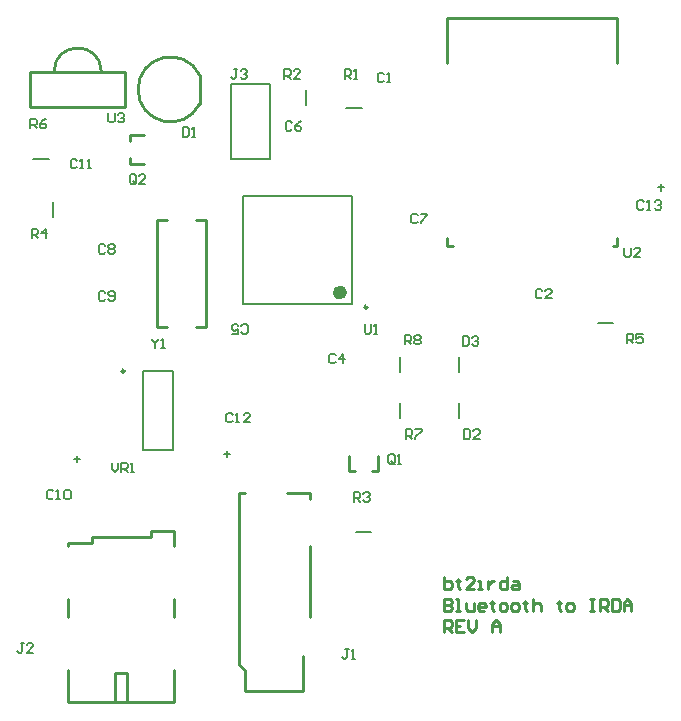
<source format=gto>
G04 Layer_Color=65535*
%FSLAX44Y44*%
%MOMM*%
G71*
G01*
G75*
%ADD37C,0.2500*%
%ADD38C,0.6000*%
%ADD39C,0.2540*%
%ADD40C,0.2000*%
D37*
X100750Y248500D02*
G03*
X100750Y248500I-1250J0D01*
G01*
X306250Y302500D02*
G03*
X306250Y302500I-1250J0D01*
G01*
D38*
X286000Y315000D02*
G03*
X286000Y315000I-3000J0D01*
G01*
D39*
X164257Y499198D02*
G03*
X164257Y474602I-24597J-12298D01*
G01*
X81000Y502000D02*
G03*
X41000Y502000I-20000J0D01*
G01*
X128500Y376000D02*
X136500D01*
X161500D02*
X169500D01*
X161500Y286000D02*
X169500D01*
X128500D02*
X136500D01*
X169500D02*
Y376000D01*
X128500Y286000D02*
Y376000D01*
X252000Y-22500D02*
Y7000D01*
X203000Y-22500D02*
X252000D01*
X203000D02*
Y-5000D01*
X198000Y0D02*
X203000Y-5000D01*
X198000Y0D02*
Y145000D01*
X203000D01*
X258000Y40000D02*
Y100000D01*
Y140000D02*
Y145000D01*
X238000D02*
X258000D01*
X105000Y448500D02*
X117500D01*
X105000Y423500D02*
Y428500D01*
Y423500D02*
X117500D01*
X105000Y443500D02*
Y448500D01*
X290500Y164000D02*
Y176500D01*
X310500Y164000D02*
X315500D01*
Y176500D01*
X290500Y164000D02*
X295500D01*
X164257Y474602D02*
Y499198D01*
X123000Y113000D02*
X143000D01*
X123000Y108000D02*
Y113000D01*
X73000Y108000D02*
X123000D01*
X73000Y103000D02*
Y108000D01*
X53000Y103000D02*
X73000D01*
X53000Y-32000D02*
Y-4500D01*
Y40500D02*
Y55500D01*
Y100500D02*
Y103000D01*
X143000Y100500D02*
Y113000D01*
Y40500D02*
Y55500D01*
Y-32000D02*
Y-4500D01*
X53000Y-32000D02*
X143000D01*
X93000D02*
Y-7000D01*
X103000D01*
Y-32000D02*
Y-7000D01*
X518000Y354000D02*
Y361500D01*
Y509000D02*
Y546500D01*
X516500Y547000D02*
X518000D01*
X374000D02*
X518000D01*
X514000Y354000D02*
X518000D01*
X374000D02*
X379000D01*
X374000D02*
Y361500D01*
Y509000D02*
Y547000D01*
X21000Y472000D02*
X36000D01*
X21000D02*
Y502000D01*
X36000D01*
X86000D02*
X101000D01*
Y472000D02*
Y502000D01*
X86000Y472000D02*
X101000D01*
X36000Y502000D02*
X86000D01*
X36000Y472000D02*
X86000D01*
X371540Y27540D02*
Y37537D01*
X376538D01*
X378204Y35871D01*
Y32538D01*
X376538Y30872D01*
X371540D01*
X374872D02*
X378204Y27540D01*
X388201Y37537D02*
X381537D01*
Y27540D01*
X388201D01*
X381537Y32538D02*
X384869D01*
X391534Y37537D02*
Y30872D01*
X394866Y27540D01*
X398198Y30872D01*
Y37537D01*
X411527Y27540D02*
Y34204D01*
X414859Y37537D01*
X418192Y34204D01*
Y27540D01*
Y32538D01*
X411527D01*
X371540Y55629D02*
Y45632D01*
X376538D01*
X378204Y47298D01*
Y48964D01*
X376538Y50630D01*
X371540D01*
X376538D01*
X378204Y52297D01*
Y53963D01*
X376538Y55629D01*
X371540D01*
X381537Y45632D02*
X384869D01*
X383203D01*
Y55629D01*
X381537D01*
X389867Y52297D02*
Y47298D01*
X391534Y45632D01*
X396532D01*
Y52297D01*
X404863Y45632D02*
X401530D01*
X399864Y47298D01*
Y50630D01*
X401530Y52297D01*
X404863D01*
X406529Y50630D01*
Y48964D01*
X399864D01*
X411527Y53963D02*
Y52297D01*
X409861D01*
X413193D01*
X411527D01*
Y47298D01*
X413193Y45632D01*
X419858D02*
X423190D01*
X424856Y47298D01*
Y50630D01*
X423190Y52297D01*
X419858D01*
X418192Y50630D01*
Y47298D01*
X419858Y45632D01*
X429855D02*
X433187D01*
X434853Y47298D01*
Y50630D01*
X433187Y52297D01*
X429855D01*
X428188Y50630D01*
Y47298D01*
X429855Y45632D01*
X439851Y53963D02*
Y52297D01*
X438185D01*
X441517D01*
X439851D01*
Y47298D01*
X441517Y45632D01*
X446516Y55629D02*
Y45632D01*
Y50630D01*
X448182Y52297D01*
X451514D01*
X453180Y50630D01*
Y45632D01*
X468176Y53963D02*
Y52297D01*
X466509D01*
X469842D01*
X468176D01*
Y47298D01*
X469842Y45632D01*
X476506D02*
X479838D01*
X481505Y47298D01*
Y50630D01*
X479838Y52297D01*
X476506D01*
X474840Y50630D01*
Y47298D01*
X476506Y45632D01*
X494834Y55629D02*
X498166D01*
X496500D01*
Y45632D01*
X494834D01*
X498166D01*
X503164D02*
Y55629D01*
X508163D01*
X509829Y53963D01*
Y50630D01*
X508163Y48964D01*
X503164D01*
X506497D02*
X509829Y45632D01*
X513161Y55629D02*
Y45632D01*
X518159D01*
X519826Y47298D01*
Y53963D01*
X518159Y55629D01*
X513161D01*
X523158Y45632D02*
Y52297D01*
X526490Y55629D01*
X529822Y52297D01*
Y45632D01*
Y50630D01*
X523158D01*
X371540Y73721D02*
Y63724D01*
X376538D01*
X378204Y65390D01*
Y67056D01*
Y68723D01*
X376538Y70389D01*
X371540D01*
X383203Y72055D02*
Y70389D01*
X381537D01*
X384869D01*
X383203D01*
Y65390D01*
X384869Y63724D01*
X396532D02*
X389867D01*
X396532Y70389D01*
Y72055D01*
X394866Y73721D01*
X391534D01*
X389867Y72055D01*
X399864Y63724D02*
X403196D01*
X401530D01*
Y70389D01*
X399864D01*
X408195D02*
Y63724D01*
Y67056D01*
X409861Y68723D01*
X411527Y70389D01*
X413193D01*
X424856Y73721D02*
Y63724D01*
X419858D01*
X418192Y65390D01*
Y68723D01*
X419858Y70389D01*
X424856D01*
X429855D02*
X433187D01*
X434853Y68723D01*
Y63724D01*
X429855D01*
X428188Y65390D01*
X429855Y67056D01*
X434853D01*
D40*
X116000Y181500D02*
Y248500D01*
X142000Y181500D02*
Y248500D01*
X116000D02*
X142000D01*
X116000Y181500D02*
X142000D01*
X190490Y427850D02*
X223510D01*
Y491350D01*
X190490Y427850D02*
Y491350D01*
X223510D01*
X40000Y378500D02*
Y391500D01*
X296500Y112000D02*
X309500D01*
X501500Y289000D02*
X514500D01*
X288500Y471000D02*
X301500D01*
X254000Y473500D02*
Y486500D01*
X334000Y208500D02*
Y221500D01*
Y247500D02*
Y260500D01*
X384000Y247500D02*
Y260500D01*
Y208500D02*
Y221500D01*
X23500Y428000D02*
X36500D01*
X293000Y305000D02*
Y397000D01*
X201000Y305000D02*
Y397000D01*
Y305000D02*
X293000D01*
X201000Y397000D02*
X293000D01*
X196332Y503997D02*
X193666D01*
X194999D01*
Y497333D01*
X193666Y496000D01*
X192333D01*
X191000Y497333D01*
X198997Y502664D02*
X200330Y503997D01*
X202996D01*
X204329Y502664D01*
Y501332D01*
X202996Y499999D01*
X201663D01*
X202996D01*
X204329Y498666D01*
Y497333D01*
X202996Y496000D01*
X200330D01*
X198997Y497333D01*
X454332Y316665D02*
X452999Y317997D01*
X450333D01*
X449000Y316665D01*
Y311333D01*
X450333Y310000D01*
X452999D01*
X454332Y311333D01*
X462329Y310000D02*
X456997D01*
X462329Y315332D01*
Y316665D01*
X460996Y317997D01*
X458330D01*
X456997Y316665D01*
X15332Y17997D02*
X12666D01*
X13999D01*
Y11333D01*
X12666Y10000D01*
X11333D01*
X10000Y11333D01*
X23329Y10000D02*
X17997D01*
X23329Y15332D01*
Y16665D01*
X21996Y17997D01*
X19330D01*
X17997Y16665D01*
X124000Y275997D02*
Y274664D01*
X126666Y271999D01*
X129332Y274664D01*
Y275997D01*
X126666Y271999D02*
Y268000D01*
X131997D02*
X134663D01*
X133330D01*
Y275997D01*
X131997Y274664D01*
X329332Y171333D02*
Y176665D01*
X327999Y177997D01*
X325333D01*
X324000Y176665D01*
Y171333D01*
X325333Y170000D01*
X327999D01*
X326666Y172666D02*
X329332Y170000D01*
X327999D02*
X329332Y171333D01*
X331997Y170000D02*
X334663D01*
X333330D01*
Y177997D01*
X331997Y176665D01*
X110332Y408333D02*
Y413665D01*
X108999Y414997D01*
X106333D01*
X105000Y413665D01*
Y408333D01*
X106333Y407000D01*
X108999D01*
X107666Y409666D02*
X110332Y407000D01*
X108999D02*
X110332Y408333D01*
X118329Y407000D02*
X112997D01*
X118329Y412332D01*
Y413665D01*
X116996Y414997D01*
X114330D01*
X112997Y413665D01*
X90000Y170997D02*
Y165666D01*
X92666Y163000D01*
X95332Y165666D01*
Y170997D01*
X97997Y163000D02*
Y170997D01*
X101996D01*
X103329Y169664D01*
Y166999D01*
X101996Y165666D01*
X97997D01*
X100663D02*
X103329Y163000D01*
X105995D02*
X108661D01*
X107328D01*
Y170997D01*
X105995Y169664D01*
X87000Y466997D02*
Y460333D01*
X88333Y459000D01*
X90999D01*
X92332Y460333D01*
Y466997D01*
X94997Y465664D02*
X96330Y466997D01*
X98996D01*
X100329Y465664D01*
Y464332D01*
X98996Y462999D01*
X97663D01*
X98996D01*
X100329Y461666D01*
Y460333D01*
X98996Y459000D01*
X96330D01*
X94997Y460333D01*
X524000Y352997D02*
Y346333D01*
X525333Y345000D01*
X527999D01*
X529332Y346333D01*
Y352997D01*
X537329Y345000D02*
X531997D01*
X537329Y350332D01*
Y351665D01*
X535996Y352997D01*
X533330D01*
X531997Y351665D01*
X304000Y287997D02*
Y281333D01*
X305333Y280000D01*
X307999D01*
X309332Y281333D01*
Y287997D01*
X311997Y280000D02*
X314663D01*
X313330D01*
Y287997D01*
X311997Y286665D01*
X526000Y272000D02*
Y279997D01*
X529999D01*
X531332Y278664D01*
Y275999D01*
X529999Y274666D01*
X526000D01*
X528666D02*
X531332Y272000D01*
X539329Y279997D02*
X533997D01*
Y275999D01*
X536663Y277332D01*
X537996D01*
X539329Y275999D01*
Y273333D01*
X537996Y272000D01*
X535330D01*
X533997Y273333D01*
X21000Y454000D02*
Y461997D01*
X24999D01*
X26332Y460664D01*
Y457999D01*
X24999Y456666D01*
X21000D01*
X23666D02*
X26332Y454000D01*
X34329Y461997D02*
X31663Y460664D01*
X28997Y457999D01*
Y455333D01*
X30330Y454000D01*
X32996D01*
X34329Y455333D01*
Y456666D01*
X32996Y457999D01*
X28997D01*
X295000Y138000D02*
Y145997D01*
X298999D01*
X300332Y144665D01*
Y141999D01*
X298999Y140666D01*
X295000D01*
X297666D02*
X300332Y138000D01*
X302997Y144665D02*
X304330Y145997D01*
X306996D01*
X308329Y144665D01*
Y143332D01*
X306996Y141999D01*
X305663D01*
X306996D01*
X308329Y140666D01*
Y139333D01*
X306996Y138000D01*
X304330D01*
X302997Y139333D01*
X22000Y361000D02*
Y368997D01*
X25999D01*
X27332Y367664D01*
Y364999D01*
X25999Y363666D01*
X22000D01*
X24666D02*
X27332Y361000D01*
X33996D02*
Y368997D01*
X29997Y364999D01*
X35329D01*
X339000Y191000D02*
Y198997D01*
X342999D01*
X344332Y197665D01*
Y194999D01*
X342999Y193666D01*
X339000D01*
X341666D02*
X344332Y191000D01*
X346997Y198997D02*
X352329D01*
Y197665D01*
X346997Y192333D01*
Y191000D01*
X338000Y271000D02*
Y278997D01*
X341999D01*
X343332Y277665D01*
Y274999D01*
X341999Y273666D01*
X338000D01*
X340666D02*
X343332Y271000D01*
X345997Y277665D02*
X347330Y278997D01*
X349996D01*
X351329Y277665D01*
Y276332D01*
X349996Y274999D01*
X351329Y273666D01*
Y272333D01*
X349996Y271000D01*
X347330D01*
X345997Y272333D01*
Y273666D01*
X347330Y274999D01*
X345997Y276332D01*
Y277665D01*
X347330Y274999D02*
X349996D01*
X236000Y496000D02*
Y503997D01*
X239999D01*
X241332Y502664D01*
Y499999D01*
X239999Y498666D01*
X236000D01*
X238666D02*
X241332Y496000D01*
X249329D02*
X243997D01*
X249329Y501332D01*
Y502664D01*
X247996Y503997D01*
X245330D01*
X243997Y502664D01*
X287000Y496000D02*
Y503997D01*
X290999D01*
X292332Y502664D01*
Y499999D01*
X290999Y498666D01*
X287000D01*
X289666D02*
X292332Y496000D01*
X294997D02*
X297663D01*
X296330D01*
Y503997D01*
X294997Y502664D01*
X290332Y12997D02*
X287666D01*
X288999D01*
Y6333D01*
X287666Y5000D01*
X286333D01*
X285000Y6333D01*
X292997Y5000D02*
X295663D01*
X294330D01*
Y12997D01*
X292997Y11665D01*
X150000Y454997D02*
Y447000D01*
X153999D01*
X155332Y448333D01*
Y453665D01*
X153999Y454997D01*
X150000D01*
X157997Y447000D02*
X160663D01*
X159330D01*
Y454997D01*
X157997Y453665D01*
X388000Y198997D02*
Y191000D01*
X391999D01*
X393332Y192333D01*
Y197665D01*
X391999Y198997D01*
X388000D01*
X401329Y191000D02*
X395997D01*
X401329Y196332D01*
Y197665D01*
X399996Y198997D01*
X397330D01*
X395997Y197665D01*
X387000Y277997D02*
Y270000D01*
X390999D01*
X392332Y271333D01*
Y276665D01*
X390999Y277997D01*
X387000D01*
X394997Y276665D02*
X396330Y277997D01*
X398996D01*
X400329Y276665D01*
Y275332D01*
X398996Y273999D01*
X397663D01*
X398996D01*
X400329Y272666D01*
Y271333D01*
X398996Y270000D01*
X396330D01*
X394997Y271333D01*
X60332Y426665D02*
X58999Y427997D01*
X56333D01*
X55000Y426665D01*
Y421333D01*
X56333Y420000D01*
X58999D01*
X60332Y421333D01*
X62997Y420000D02*
X65663D01*
X64330D01*
Y427997D01*
X62997Y426665D01*
X69662Y420000D02*
X72328D01*
X70995D01*
Y427997D01*
X69662Y426665D01*
X84332Y354664D02*
X82999Y355997D01*
X80333D01*
X79000Y354664D01*
Y349333D01*
X80333Y348000D01*
X82999D01*
X84332Y349333D01*
X86997Y354664D02*
X88330Y355997D01*
X90996D01*
X92329Y354664D01*
Y353332D01*
X90996Y351999D01*
X92329Y350666D01*
Y349333D01*
X90996Y348000D01*
X88330D01*
X86997Y349333D01*
Y350666D01*
X88330Y351999D01*
X86997Y353332D01*
Y354664D01*
X88330Y351999D02*
X90996D01*
X84332Y314664D02*
X82999Y315997D01*
X80333D01*
X79000Y314664D01*
Y309333D01*
X80333Y308000D01*
X82999D01*
X84332Y309333D01*
X86997D02*
X88330Y308000D01*
X90996D01*
X92329Y309333D01*
Y314664D01*
X90996Y315997D01*
X88330D01*
X86997Y314664D01*
Y313332D01*
X88330Y311999D01*
X92329D01*
X40332Y146664D02*
X38999Y147997D01*
X36333D01*
X35000Y146664D01*
Y141333D01*
X36333Y140000D01*
X38999D01*
X40332Y141333D01*
X42997Y140000D02*
X45663D01*
X44330D01*
Y147997D01*
X42997Y146664D01*
X49662D02*
X50995Y147997D01*
X53661D01*
X54994Y146664D01*
Y141333D01*
X53661Y140000D01*
X50995D01*
X49662Y141333D01*
Y146664D01*
X348826Y380178D02*
X347493Y381511D01*
X344827D01*
X343494Y380178D01*
Y374847D01*
X344827Y373514D01*
X347493D01*
X348826Y374847D01*
X351491Y381511D02*
X356823D01*
Y380178D01*
X351491Y374847D01*
Y373514D01*
X540332Y391665D02*
X538999Y392997D01*
X536333D01*
X535000Y391665D01*
Y386333D01*
X536333Y385000D01*
X538999D01*
X540332Y386333D01*
X542997Y385000D02*
X545663D01*
X544330D01*
Y392997D01*
X542997Y391665D01*
X549662D02*
X550995Y392997D01*
X553661D01*
X554994Y391665D01*
Y390332D01*
X553661Y388999D01*
X552328D01*
X553661D01*
X554994Y387666D01*
Y386333D01*
X553661Y385000D01*
X550995D01*
X549662Y386333D01*
X192332Y211665D02*
X190999Y212997D01*
X188333D01*
X187000Y211665D01*
Y206333D01*
X188333Y205000D01*
X190999D01*
X192332Y206333D01*
X194997Y205000D02*
X197663D01*
X196330D01*
Y212997D01*
X194997Y211665D01*
X206994Y205000D02*
X201662D01*
X206994Y210332D01*
Y211665D01*
X205661Y212997D01*
X202995D01*
X201662Y211665D01*
X242332Y458665D02*
X240999Y459997D01*
X238333D01*
X237000Y458665D01*
Y453333D01*
X238333Y452000D01*
X240999D01*
X242332Y453333D01*
X250329Y459997D02*
X247663Y458665D01*
X244997Y455999D01*
Y453333D01*
X246330Y452000D01*
X248996D01*
X250329Y453333D01*
Y454666D01*
X248996Y455999D01*
X244997D01*
X199668Y281336D02*
X201001Y280003D01*
X203667D01*
X205000Y281336D01*
Y286667D01*
X203667Y288000D01*
X201001D01*
X199668Y286667D01*
X191671Y280003D02*
X197003D01*
Y284001D01*
X194337Y282668D01*
X193004D01*
X191671Y284001D01*
Y286667D01*
X193004Y288000D01*
X195670D01*
X197003Y286667D01*
X279332Y261665D02*
X277999Y262997D01*
X275333D01*
X274000Y261665D01*
Y256333D01*
X275333Y255000D01*
X277999D01*
X279332Y256333D01*
X285996Y255000D02*
Y262997D01*
X281997Y258999D01*
X287329D01*
X320332Y499664D02*
X318999Y500997D01*
X316333D01*
X315000Y499664D01*
Y494333D01*
X316333Y493000D01*
X318999D01*
X320332Y494333D01*
X322997Y493000D02*
X325663D01*
X324330D01*
Y500997D01*
X322997Y499664D01*
X552000Y403999D02*
X557332D01*
X554666Y406665D02*
Y401333D01*
X185000Y177999D02*
X190332D01*
X187666Y180665D02*
Y175333D01*
X58000Y173999D02*
X63332D01*
X60666Y176665D02*
Y171333D01*
M02*

</source>
